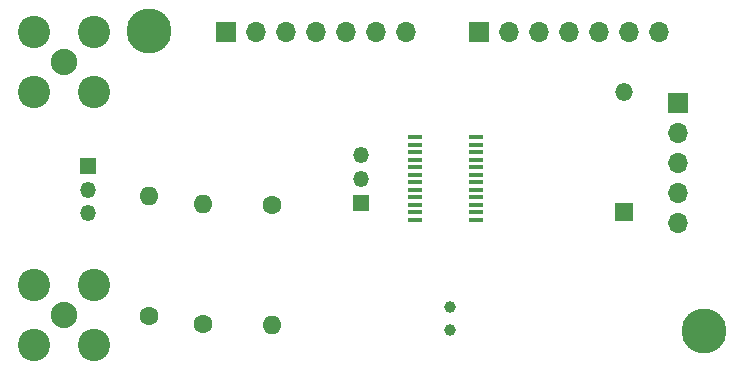
<source format=gbr>
%TF.GenerationSoftware,KiCad,Pcbnew,8.0.4*%
%TF.CreationDate,2025-05-02T23:51:08+05:30*%
%TF.ProjectId,Si4735Board,53693437-3335-4426-9f61-72642e6b6963,rev?*%
%TF.SameCoordinates,Original*%
%TF.FileFunction,Soldermask,Bot*%
%TF.FilePolarity,Negative*%
%FSLAX46Y46*%
G04 Gerber Fmt 4.6, Leading zero omitted, Abs format (unit mm)*
G04 Created by KiCad (PCBNEW 8.0.4) date 2025-05-02 23:51:08*
%MOMM*%
%LPD*%
G01*
G04 APERTURE LIST*
%ADD10C,1.600000*%
%ADD11O,1.600000X1.600000*%
%ADD12C,1.000000*%
%ADD13R,1.700000X1.700000*%
%ADD14O,1.700000X1.700000*%
%ADD15R,1.350000X1.350000*%
%ADD16O,1.350000X1.350000*%
%ADD17C,2.240000*%
%ADD18C,2.740000*%
%ADD19C,2.600000*%
%ADD20C,3.800000*%
%ADD21R,1.500000X1.500000*%
%ADD22O,1.500000X1.500000*%
%ADD23R,1.200000X0.400000*%
G04 APERTURE END LIST*
D10*
%TO.C,L2*%
X125990700Y-94696500D03*
D11*
X125990700Y-104856500D03*
%TD*%
D12*
%TO.C,Y1*%
X141110700Y-103356500D03*
X141110700Y-105256500D03*
%TD*%
D13*
%TO.C,J3*%
X143546300Y-80086500D03*
D14*
X146086300Y-80086500D03*
X148626300Y-80086500D03*
X151166300Y-80086500D03*
X153706300Y-80086500D03*
X156246300Y-80086500D03*
X158786300Y-80086500D03*
%TD*%
D15*
%TO.C,J7*%
X133550700Y-94496500D03*
D16*
X133550700Y-92496500D03*
X133550700Y-90496500D03*
%TD*%
D10*
%TO.C,L1*%
X115570000Y-104140000D03*
D11*
X115570000Y-93980000D03*
%TD*%
D17*
%TO.C,J1*%
X108400700Y-82636500D03*
D18*
X105860700Y-80096500D03*
X105860700Y-85176500D03*
X110940700Y-80096500D03*
X110940700Y-85176500D03*
%TD*%
D17*
%TO.C,J5*%
X108430700Y-104016500D03*
D18*
X110970700Y-106556500D03*
X110970700Y-101476500D03*
X105890700Y-106556500D03*
X105890700Y-101476500D03*
%TD*%
D15*
%TO.C,J6*%
X110430700Y-91396500D03*
D16*
X110430700Y-93396500D03*
X110430700Y-95396500D03*
%TD*%
D19*
%TO.C,1*%
X162560000Y-105410000D03*
D20*
X162560000Y-105410000D03*
%TD*%
D13*
%TO.C,J4*%
X122154100Y-80086500D03*
D14*
X124694100Y-80086500D03*
X127234100Y-80086500D03*
X129774100Y-80086500D03*
X132314100Y-80086500D03*
X134854100Y-80086500D03*
X137394100Y-80086500D03*
%TD*%
D10*
%TO.C,L3*%
X120190700Y-104756500D03*
D11*
X120190700Y-94596500D03*
%TD*%
D13*
%TO.C,J2*%
X160400700Y-86086500D03*
D14*
X160400700Y-88626500D03*
X160400700Y-91166500D03*
X160400700Y-93706500D03*
X160400700Y-96246500D03*
%TD*%
D19*
%TO.C,2*%
X115570000Y-80010000D03*
D20*
X115570000Y-80010000D03*
%TD*%
D21*
%TO.C,D1*%
X155840700Y-95306500D03*
D22*
X155840700Y-85146500D03*
%TD*%
D23*
%TO.C,U2*%
X138130700Y-95936500D03*
X138130700Y-95301500D03*
X138130700Y-94666500D03*
X138130700Y-94031500D03*
X138130700Y-93396500D03*
X138130700Y-92761500D03*
X138130700Y-92126500D03*
X138130700Y-91491500D03*
X138130700Y-90856500D03*
X138130700Y-90221500D03*
X138130700Y-89586500D03*
X138130700Y-88951500D03*
X143330700Y-88951500D03*
X143330700Y-89586500D03*
X143330700Y-90221500D03*
X143330700Y-90856500D03*
X143330700Y-91491500D03*
X143330700Y-92126500D03*
X143330700Y-92761500D03*
X143330700Y-93396500D03*
X143330700Y-94031500D03*
X143330700Y-94666500D03*
X143330700Y-95301500D03*
X143330700Y-95936500D03*
%TD*%
M02*

</source>
